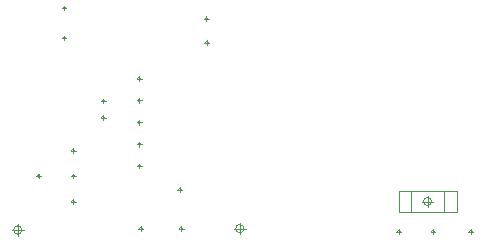
<source format=gbr>
G04*
G04 #@! TF.GenerationSoftware,Altium Limited,Altium Designer,23.8.1 (32)*
G04*
G04 Layer_Color=32768*
%FSLAX25Y25*%
%MOIN*%
G70*
G04*
G04 #@! TF.SameCoordinates,08085802-0E6A-4E4E-A806-44F487ACA516*
G04*
G04*
G04 #@! TF.FilePolarity,Positive*
G04*
G01*
G75*
%ADD75C,0.00100*%
%ADD76C,0.00197*%
%ADD77C,0.00004*%
D75*
X396441Y208500D02*
G03*
X396441Y208500I-500J0D01*
G01*
X332400Y279400D02*
G03*
X332400Y279400I-500J0D01*
G01*
X332500Y271500D02*
G03*
X332500Y271500I-500J0D01*
G01*
X284941Y283000D02*
G03*
X284941Y283000I-500J0D01*
G01*
Y273000D02*
G03*
X284941Y273000I-500J0D01*
G01*
X324000Y209500D02*
G03*
X324000Y209500I-500J0D01*
G01*
X310441D02*
G03*
X310441Y209500I-500J0D01*
G01*
X310000Y259500D02*
G03*
X310000Y259500I-500J0D01*
G01*
X323500Y222500D02*
G03*
X323500Y222500I-500J0D01*
G01*
X310001Y230300D02*
G03*
X310001Y230300I-500J0D01*
G01*
Y237600D02*
G03*
X310001Y237600I-500J0D01*
G01*
Y244900D02*
G03*
X310001Y244900I-500J0D01*
G01*
X310000Y252200D02*
G03*
X310000Y252200I-500J0D01*
G01*
X298000Y252000D02*
G03*
X298000Y252000I-500J0D01*
G01*
Y246500D02*
G03*
X298000Y246500I-500J0D01*
G01*
X287999Y235500D02*
G03*
X287999Y235500I-500J0D01*
G01*
X288000Y227000D02*
G03*
X288000Y227000I-500J0D01*
G01*
Y218500D02*
G03*
X288000Y218500I-500J0D01*
G01*
X276500Y227000D02*
G03*
X276500Y227000I-500J0D01*
G01*
X407941Y208500D02*
G03*
X407941Y208500I-500J0D01*
G01*
X420441Y208500D02*
G03*
X420441Y208500I-500J0D01*
G01*
X395154Y208500D02*
X396729D01*
X395941Y207713D02*
Y209288D01*
X331900Y278613D02*
Y280187D01*
X331113Y279400D02*
X332687D01*
X331213Y271500D02*
X332787D01*
X332000Y270713D02*
Y272287D01*
X283654Y283000D02*
X285229D01*
X284441Y282213D02*
Y283788D01*
X283654Y273000D02*
X285229D01*
X284441Y272213D02*
Y273788D01*
X322713Y209500D02*
X324287D01*
X323500Y208713D02*
Y210287D01*
X309941Y208713D02*
Y210287D01*
X309154Y209500D02*
X310728D01*
X309500Y258713D02*
Y260287D01*
X308713Y259500D02*
X310287D01*
X322213Y222500D02*
X323787D01*
X323000Y221713D02*
Y223287D01*
X309501Y229513D02*
Y231087D01*
X308713Y230300D02*
X310288D01*
X309501Y236812D02*
Y238387D01*
X308713Y237600D02*
X310288D01*
X309501Y244113D02*
Y245688D01*
X308713Y244900D02*
X310288D01*
X309500Y251412D02*
Y252987D01*
X308713Y252200D02*
X310287D01*
X296713Y252000D02*
X298287D01*
X297500Y251213D02*
Y252787D01*
X296713Y246500D02*
X298287D01*
X297500Y245713D02*
Y247287D01*
X287499Y234713D02*
Y236287D01*
X286712Y235500D02*
X288287D01*
X287500Y226213D02*
Y227788D01*
X286713Y227000D02*
X288287D01*
X286713Y218500D02*
X288287D01*
X287500Y217713D02*
Y219287D01*
X276000Y226213D02*
Y227787D01*
X275213Y227000D02*
X276787D01*
X407441Y207712D02*
Y209287D01*
X406653Y208500D02*
X408228D01*
X419941Y207713D02*
Y209287D01*
X419153Y208500D02*
X420728D01*
D76*
X406988Y218500D02*
G03*
X406988Y218500I-1378J0D01*
G01*
X270378Y209000D02*
G03*
X270378Y209000I-1378J0D01*
G01*
X344378Y209500D02*
G03*
X344378Y209500I-1378J0D01*
G01*
X395965Y214957D02*
X415256D01*
Y222043D01*
X395965D02*
X415256D01*
X395965Y214957D02*
Y222043D01*
X405610Y216531D02*
Y220468D01*
X403642Y218500D02*
X407579D01*
X269000Y207031D02*
Y210968D01*
X267032Y209000D02*
X270969D01*
X343000Y207531D02*
Y211469D01*
X341032Y209500D02*
X344969D01*
D77*
X400000Y214957D02*
X411221D01*
Y222043D01*
X400000D02*
X411221D01*
X400000Y214957D02*
Y222043D01*
M02*

</source>
